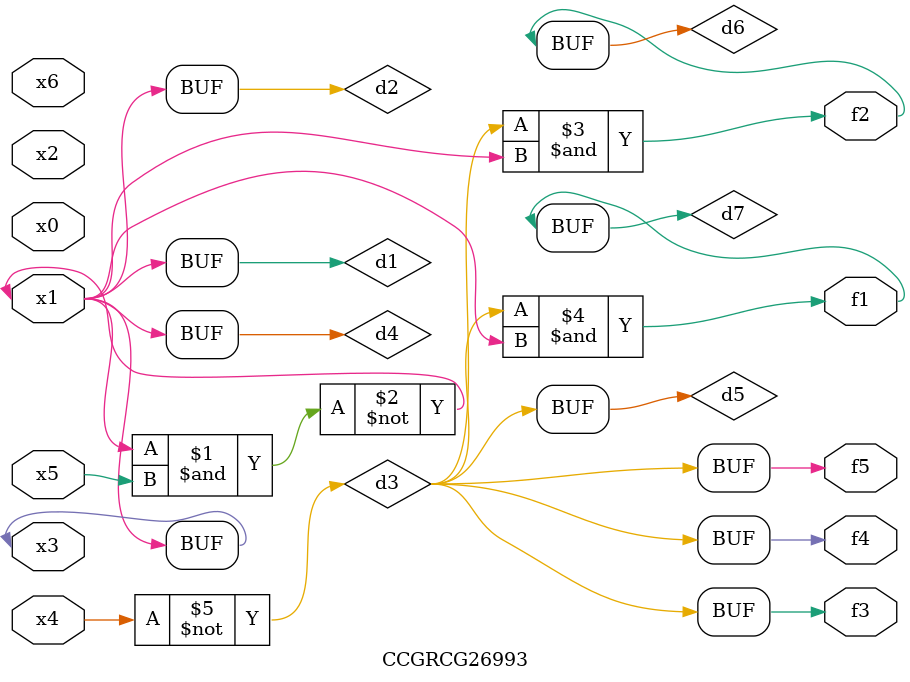
<source format=v>
module CCGRCG26993(
	input x0, x1, x2, x3, x4, x5, x6,
	output f1, f2, f3, f4, f5
);

	wire d1, d2, d3, d4, d5, d6, d7;

	buf (d1, x1, x3);
	nand (d2, x1, x5);
	not (d3, x4);
	buf (d4, d1, d2);
	buf (d5, d3);
	and (d6, d3, d4);
	and (d7, d3, d4);
	assign f1 = d7;
	assign f2 = d6;
	assign f3 = d5;
	assign f4 = d5;
	assign f5 = d5;
endmodule

</source>
